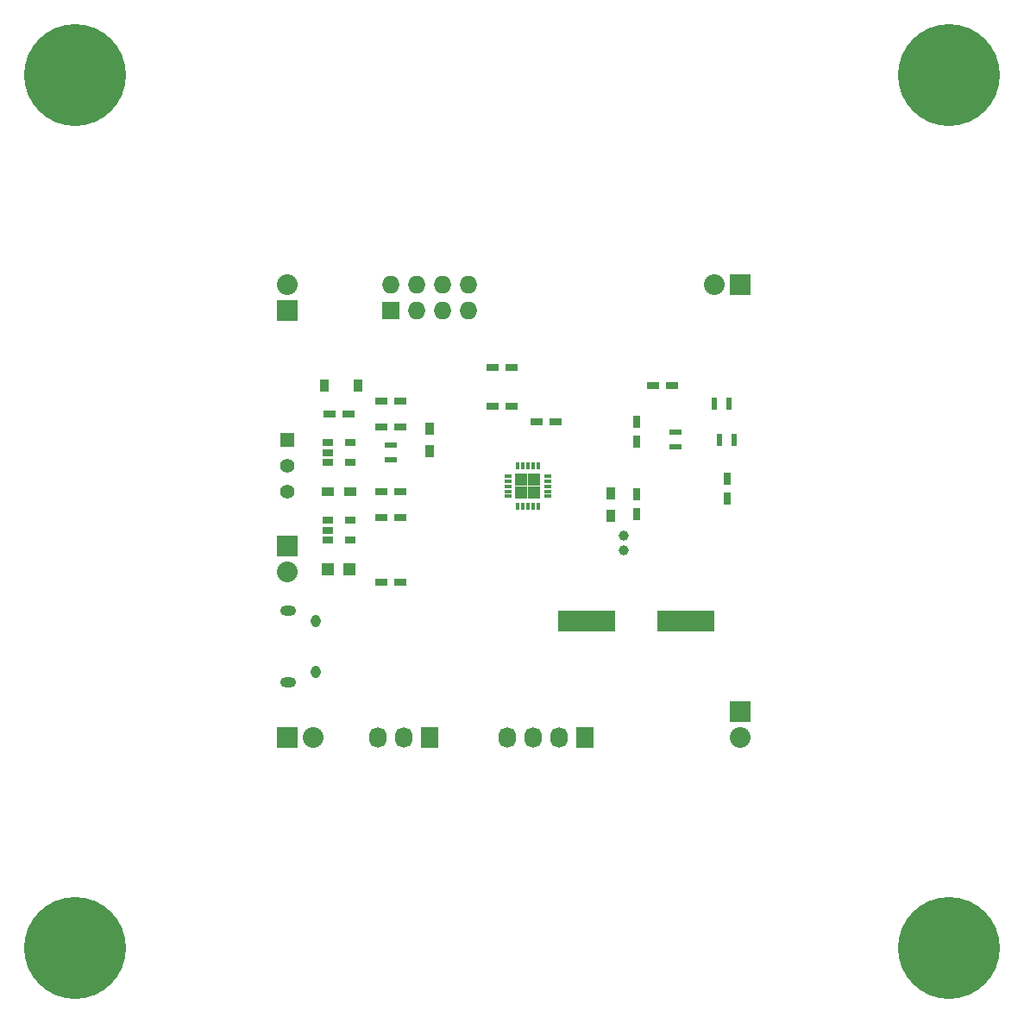
<source format=gbs>
G04 #@! TF.FileFunction,Soldermask,Bot*
%FSLAX46Y46*%
G04 Gerber Fmt 4.6, Leading zero omitted, Abs format (unit mm)*
G04 Created by KiCad (PCBNEW 4.0.2+dfsg1-stable) date 2016年07月17日 星期日 15时22分32秒*
%MOMM*%
G01*
G04 APERTURE LIST*
%ADD10C,0.100000*%
%ADD11C,10.000000*%
%ADD12R,1.200000X0.750000*%
%ADD13R,0.750000X1.200000*%
%ADD14R,1.198880X1.198880*%
%ADD15R,1.198880X0.599440*%
%ADD16R,0.599440X1.198880*%
%ADD17R,2.032000X2.032000*%
%ADD18O,2.032000X2.032000*%
%ADD19R,1.727200X2.032000*%
%ADD20O,1.727200X2.032000*%
%ADD21R,0.900000X1.200000*%
%ADD22R,1.200000X0.900000*%
%ADD23R,0.730000X0.300000*%
%ADD24R,0.300000X0.730000*%
%ADD25R,1.250000X1.250000*%
%ADD26R,1.060000X0.650000*%
%ADD27C,1.000760*%
%ADD28R,5.600700X2.100580*%
%ADD29R,0.910000X1.220000*%
%ADD30R,1.397000X1.397000*%
%ADD31C,1.397000*%
%ADD32R,1.727200X1.727200*%
%ADD33O,1.727200X1.727200*%
%ADD34O,0.950000X1.250000*%
%ADD35O,1.550000X1.000000*%
G04 APERTURE END LIST*
D10*
D11*
X179006500Y-136537700D03*
X93268800Y-136537700D03*
X179006500Y-50888900D03*
D12*
X123256000Y-85394800D03*
X125156000Y-85394800D03*
X123256000Y-82854800D03*
X125156000Y-82854800D03*
X125156000Y-91744800D03*
X123256000Y-91744800D03*
X125156000Y-94284800D03*
X123256000Y-94284800D03*
D13*
X157226000Y-92440800D03*
X157226000Y-90540800D03*
D12*
X134178000Y-83362800D03*
X136078000Y-83362800D03*
X118176000Y-84124800D03*
X120076000Y-84124800D03*
X125156000Y-100634800D03*
X123256000Y-100634800D03*
X140396000Y-84886800D03*
X138496000Y-84886800D03*
X134178000Y-79552800D03*
X136078000Y-79552800D03*
X149926000Y-81330800D03*
X151826000Y-81330800D03*
D13*
X148336000Y-84952800D03*
X148336000Y-86852800D03*
X148336000Y-93964800D03*
X148336000Y-92064800D03*
D14*
X120175020Y-99364800D03*
X118076980Y-99364800D03*
D15*
X124206000Y-87233760D03*
X124206000Y-88635840D03*
D16*
X157419040Y-83108800D03*
X156016960Y-83108800D03*
D15*
X152146000Y-87365840D03*
X152146000Y-85963760D03*
D16*
X157927040Y-86664800D03*
X156524960Y-86664800D03*
D17*
X114046000Y-97078800D03*
D18*
X114046000Y-99618800D03*
D19*
X143256000Y-115874800D03*
D20*
X140716000Y-115874800D03*
X138176000Y-115874800D03*
X135636000Y-115874800D03*
D17*
X158496000Y-71424800D03*
D18*
X155956000Y-71424800D03*
D17*
X114046000Y-73964800D03*
D18*
X114046000Y-71424800D03*
D17*
X114046000Y-115874800D03*
D18*
X116586000Y-115874800D03*
D17*
X158496000Y-113334800D03*
D18*
X158496000Y-115874800D03*
D21*
X128016000Y-87764800D03*
X128016000Y-85564800D03*
D22*
X120226000Y-91744800D03*
X118026000Y-91744800D03*
D21*
X145796000Y-91914800D03*
X145796000Y-94114800D03*
D23*
X135703000Y-92236800D03*
X135703000Y-91736800D03*
X135703000Y-91236800D03*
X135703000Y-90736800D03*
X135703000Y-90236800D03*
D24*
X136668000Y-89271800D03*
X137168000Y-89271800D03*
X137668000Y-89271800D03*
X138168000Y-89271800D03*
X138668000Y-89271800D03*
D23*
X139633000Y-90236800D03*
X139633000Y-90736800D03*
X139633000Y-91236800D03*
X139633000Y-91736800D03*
X139633000Y-92236800D03*
D24*
X138668000Y-93201800D03*
X138168000Y-93201800D03*
X137668000Y-93201800D03*
X137168000Y-93201800D03*
X136668000Y-93201800D03*
D25*
X138293000Y-90611800D03*
X138293000Y-91861800D03*
X137043000Y-90611800D03*
X137043000Y-91861800D03*
D26*
X118026000Y-88884800D03*
X118026000Y-87934800D03*
X118026000Y-86984800D03*
X120226000Y-86984800D03*
X120226000Y-88884800D03*
X118026000Y-96504800D03*
X118026000Y-95554800D03*
X118026000Y-94604800D03*
X120226000Y-94604800D03*
X120226000Y-96504800D03*
D27*
X147066000Y-96075500D03*
X147066000Y-97574100D03*
D28*
X143487140Y-104444800D03*
X153184860Y-104444800D03*
D19*
X128016000Y-115874800D03*
D20*
X125476000Y-115874800D03*
X122936000Y-115874800D03*
D29*
X117745000Y-81330800D03*
X121015000Y-81330800D03*
D30*
X114046000Y-86664800D03*
D31*
X114046000Y-89204800D03*
X114046000Y-91744800D03*
D32*
X124206000Y-73964800D03*
D33*
X124206000Y-71424800D03*
X126746000Y-73964800D03*
X126746000Y-71424800D03*
X129286000Y-73964800D03*
X129286000Y-71424800D03*
X131826000Y-73964800D03*
X131826000Y-71424800D03*
D34*
X116878540Y-104483900D03*
X116878540Y-109483900D03*
D35*
X114178540Y-103483900D03*
X114178540Y-110483900D03*
D11*
X93268800Y-50888900D03*
M02*

</source>
